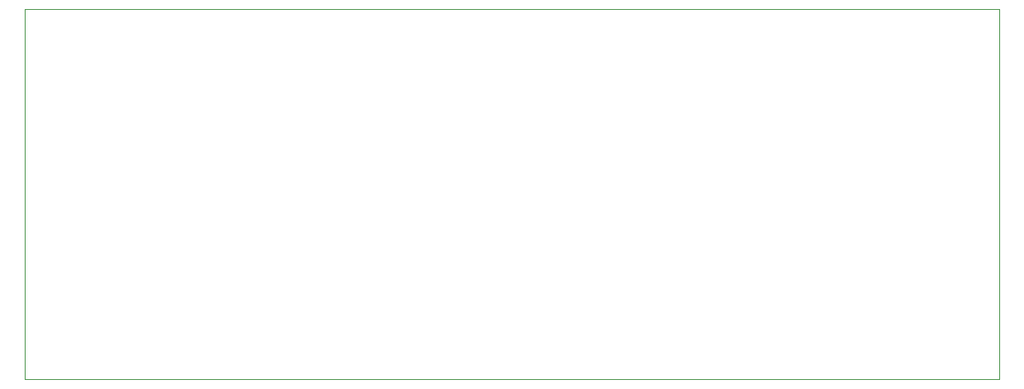
<source format=gbr>
G04 #@! TF.GenerationSoftware,KiCad,Pcbnew,(5.1.5-0-10_14)*
G04 #@! TF.CreationDate,2020-05-10T22:12:37+02:00*
G04 #@! TF.ProjectId,sensor,73656e73-6f72-42e6-9b69-6361645f7063,rev?*
G04 #@! TF.SameCoordinates,Original*
G04 #@! TF.FileFunction,Profile,NP*
%FSLAX46Y46*%
G04 Gerber Fmt 4.6, Leading zero omitted, Abs format (unit mm)*
G04 Created by KiCad (PCBNEW (5.1.5-0-10_14)) date 2020-05-10 22:12:37*
%MOMM*%
%LPD*%
G04 APERTURE LIST*
%ADD10C,0.100000*%
G04 APERTURE END LIST*
D10*
X116000000Y-30000000D02*
X116000000Y-68000000D01*
X16000000Y-30000000D02*
X116000000Y-30000000D01*
X16000000Y-68000000D02*
X16000000Y-30000000D01*
X116000000Y-68000000D02*
X16000000Y-68000000D01*
M02*

</source>
